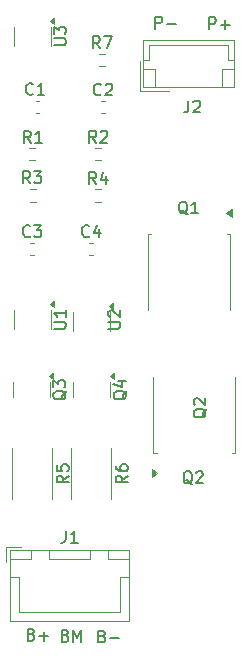
<source format=gbr>
%TF.GenerationSoftware,KiCad,Pcbnew,9.0.4*%
%TF.CreationDate,2025-10-23T14:08:19-04:00*%
%TF.ProjectId,BMS,424d532e-6b69-4636-9164-5f7063625858,rev?*%
%TF.SameCoordinates,Original*%
%TF.FileFunction,Legend,Top*%
%TF.FilePolarity,Positive*%
%FSLAX46Y46*%
G04 Gerber Fmt 4.6, Leading zero omitted, Abs format (unit mm)*
G04 Created by KiCad (PCBNEW 9.0.4) date 2025-10-23 14:08:19*
%MOMM*%
%LPD*%
G01*
G04 APERTURE LIST*
%ADD10C,0.150000*%
%ADD11C,0.120000*%
G04 APERTURE END LIST*
D10*
X144942112Y-117811609D02*
X145084969Y-117859228D01*
X145084969Y-117859228D02*
X145132588Y-117906847D01*
X145132588Y-117906847D02*
X145180207Y-118002085D01*
X145180207Y-118002085D02*
X145180207Y-118144942D01*
X145180207Y-118144942D02*
X145132588Y-118240180D01*
X145132588Y-118240180D02*
X145084969Y-118287800D01*
X145084969Y-118287800D02*
X144989731Y-118335419D01*
X144989731Y-118335419D02*
X144608779Y-118335419D01*
X144608779Y-118335419D02*
X144608779Y-117335419D01*
X144608779Y-117335419D02*
X144942112Y-117335419D01*
X144942112Y-117335419D02*
X145037350Y-117383038D01*
X145037350Y-117383038D02*
X145084969Y-117430657D01*
X145084969Y-117430657D02*
X145132588Y-117525895D01*
X145132588Y-117525895D02*
X145132588Y-117621133D01*
X145132588Y-117621133D02*
X145084969Y-117716371D01*
X145084969Y-117716371D02*
X145037350Y-117763990D01*
X145037350Y-117763990D02*
X144942112Y-117811609D01*
X144942112Y-117811609D02*
X144608779Y-117811609D01*
X145608779Y-117954466D02*
X146370684Y-117954466D01*
X149436779Y-66369819D02*
X149436779Y-65369819D01*
X149436779Y-65369819D02*
X149817731Y-65369819D01*
X149817731Y-65369819D02*
X149912969Y-65417438D01*
X149912969Y-65417438D02*
X149960588Y-65465057D01*
X149960588Y-65465057D02*
X150008207Y-65560295D01*
X150008207Y-65560295D02*
X150008207Y-65703152D01*
X150008207Y-65703152D02*
X149960588Y-65798390D01*
X149960588Y-65798390D02*
X149912969Y-65846009D01*
X149912969Y-65846009D02*
X149817731Y-65893628D01*
X149817731Y-65893628D02*
X149436779Y-65893628D01*
X150436779Y-65988866D02*
X151198684Y-65988866D01*
X138872933Y-76045219D02*
X138539600Y-75569028D01*
X138301505Y-76045219D02*
X138301505Y-75045219D01*
X138301505Y-75045219D02*
X138682457Y-75045219D01*
X138682457Y-75045219D02*
X138777695Y-75092838D01*
X138777695Y-75092838D02*
X138825314Y-75140457D01*
X138825314Y-75140457D02*
X138872933Y-75235695D01*
X138872933Y-75235695D02*
X138872933Y-75378552D01*
X138872933Y-75378552D02*
X138825314Y-75473790D01*
X138825314Y-75473790D02*
X138777695Y-75521409D01*
X138777695Y-75521409D02*
X138682457Y-75569028D01*
X138682457Y-75569028D02*
X138301505Y-75569028D01*
X139825314Y-76045219D02*
X139253886Y-76045219D01*
X139539600Y-76045219D02*
X139539600Y-75045219D01*
X139539600Y-75045219D02*
X139444362Y-75188076D01*
X139444362Y-75188076D02*
X139349124Y-75283314D01*
X139349124Y-75283314D02*
X139253886Y-75330933D01*
X153986779Y-66419819D02*
X153986779Y-65419819D01*
X153986779Y-65419819D02*
X154367731Y-65419819D01*
X154367731Y-65419819D02*
X154462969Y-65467438D01*
X154462969Y-65467438D02*
X154510588Y-65515057D01*
X154510588Y-65515057D02*
X154558207Y-65610295D01*
X154558207Y-65610295D02*
X154558207Y-65753152D01*
X154558207Y-65753152D02*
X154510588Y-65848390D01*
X154510588Y-65848390D02*
X154462969Y-65896009D01*
X154462969Y-65896009D02*
X154367731Y-65943628D01*
X154367731Y-65943628D02*
X153986779Y-65943628D01*
X154986779Y-66038866D02*
X155748684Y-66038866D01*
X155367731Y-66419819D02*
X155367731Y-65657914D01*
X141820112Y-117746009D02*
X141962969Y-117793628D01*
X141962969Y-117793628D02*
X142010588Y-117841247D01*
X142010588Y-117841247D02*
X142058207Y-117936485D01*
X142058207Y-117936485D02*
X142058207Y-118079342D01*
X142058207Y-118079342D02*
X142010588Y-118174580D01*
X142010588Y-118174580D02*
X141962969Y-118222200D01*
X141962969Y-118222200D02*
X141867731Y-118269819D01*
X141867731Y-118269819D02*
X141486779Y-118269819D01*
X141486779Y-118269819D02*
X141486779Y-117269819D01*
X141486779Y-117269819D02*
X141820112Y-117269819D01*
X141820112Y-117269819D02*
X141915350Y-117317438D01*
X141915350Y-117317438D02*
X141962969Y-117365057D01*
X141962969Y-117365057D02*
X142010588Y-117460295D01*
X142010588Y-117460295D02*
X142010588Y-117555533D01*
X142010588Y-117555533D02*
X141962969Y-117650771D01*
X141962969Y-117650771D02*
X141915350Y-117698390D01*
X141915350Y-117698390D02*
X141820112Y-117746009D01*
X141820112Y-117746009D02*
X141486779Y-117746009D01*
X142486779Y-118269819D02*
X142486779Y-117269819D01*
X142486779Y-117269819D02*
X142820112Y-117984104D01*
X142820112Y-117984104D02*
X143153445Y-117269819D01*
X143153445Y-117269819D02*
X143153445Y-118269819D01*
X138947712Y-117659209D02*
X139090569Y-117706828D01*
X139090569Y-117706828D02*
X139138188Y-117754447D01*
X139138188Y-117754447D02*
X139185807Y-117849685D01*
X139185807Y-117849685D02*
X139185807Y-117992542D01*
X139185807Y-117992542D02*
X139138188Y-118087780D01*
X139138188Y-118087780D02*
X139090569Y-118135400D01*
X139090569Y-118135400D02*
X138995331Y-118183019D01*
X138995331Y-118183019D02*
X138614379Y-118183019D01*
X138614379Y-118183019D02*
X138614379Y-117183019D01*
X138614379Y-117183019D02*
X138947712Y-117183019D01*
X138947712Y-117183019D02*
X139042950Y-117230638D01*
X139042950Y-117230638D02*
X139090569Y-117278257D01*
X139090569Y-117278257D02*
X139138188Y-117373495D01*
X139138188Y-117373495D02*
X139138188Y-117468733D01*
X139138188Y-117468733D02*
X139090569Y-117563971D01*
X139090569Y-117563971D02*
X139042950Y-117611590D01*
X139042950Y-117611590D02*
X138947712Y-117659209D01*
X138947712Y-117659209D02*
X138614379Y-117659209D01*
X139614379Y-117802066D02*
X140376284Y-117802066D01*
X139995331Y-118183019D02*
X139995331Y-117421114D01*
X147000057Y-97032738D02*
X146952438Y-97127976D01*
X146952438Y-97127976D02*
X146857200Y-97223214D01*
X146857200Y-97223214D02*
X146714342Y-97366071D01*
X146714342Y-97366071D02*
X146666723Y-97461309D01*
X146666723Y-97461309D02*
X146666723Y-97556547D01*
X146904819Y-97508928D02*
X146857200Y-97604166D01*
X146857200Y-97604166D02*
X146761961Y-97699404D01*
X146761961Y-97699404D02*
X146571485Y-97747023D01*
X146571485Y-97747023D02*
X146238152Y-97747023D01*
X146238152Y-97747023D02*
X146047676Y-97699404D01*
X146047676Y-97699404D02*
X145952438Y-97604166D01*
X145952438Y-97604166D02*
X145904819Y-97508928D01*
X145904819Y-97508928D02*
X145904819Y-97318452D01*
X145904819Y-97318452D02*
X145952438Y-97223214D01*
X145952438Y-97223214D02*
X146047676Y-97127976D01*
X146047676Y-97127976D02*
X146238152Y-97080357D01*
X146238152Y-97080357D02*
X146571485Y-97080357D01*
X146571485Y-97080357D02*
X146761961Y-97127976D01*
X146761961Y-97127976D02*
X146857200Y-97223214D01*
X146857200Y-97223214D02*
X146904819Y-97318452D01*
X146904819Y-97318452D02*
X146904819Y-97508928D01*
X146238152Y-96223214D02*
X146904819Y-96223214D01*
X145857200Y-96461309D02*
X146571485Y-96699404D01*
X146571485Y-96699404D02*
X146571485Y-96080357D01*
X141900057Y-97032738D02*
X141852438Y-97127976D01*
X141852438Y-97127976D02*
X141757200Y-97223214D01*
X141757200Y-97223214D02*
X141614342Y-97366071D01*
X141614342Y-97366071D02*
X141566723Y-97461309D01*
X141566723Y-97461309D02*
X141566723Y-97556547D01*
X141804819Y-97508928D02*
X141757200Y-97604166D01*
X141757200Y-97604166D02*
X141661961Y-97699404D01*
X141661961Y-97699404D02*
X141471485Y-97747023D01*
X141471485Y-97747023D02*
X141138152Y-97747023D01*
X141138152Y-97747023D02*
X140947676Y-97699404D01*
X140947676Y-97699404D02*
X140852438Y-97604166D01*
X140852438Y-97604166D02*
X140804819Y-97508928D01*
X140804819Y-97508928D02*
X140804819Y-97318452D01*
X140804819Y-97318452D02*
X140852438Y-97223214D01*
X140852438Y-97223214D02*
X140947676Y-97127976D01*
X140947676Y-97127976D02*
X141138152Y-97080357D01*
X141138152Y-97080357D02*
X141471485Y-97080357D01*
X141471485Y-97080357D02*
X141661961Y-97127976D01*
X141661961Y-97127976D02*
X141757200Y-97223214D01*
X141757200Y-97223214D02*
X141804819Y-97318452D01*
X141804819Y-97318452D02*
X141804819Y-97508928D01*
X140804819Y-96747023D02*
X140804819Y-96127976D01*
X140804819Y-96127976D02*
X141185771Y-96461309D01*
X141185771Y-96461309D02*
X141185771Y-96318452D01*
X141185771Y-96318452D02*
X141233390Y-96223214D01*
X141233390Y-96223214D02*
X141281009Y-96175595D01*
X141281009Y-96175595D02*
X141376247Y-96127976D01*
X141376247Y-96127976D02*
X141614342Y-96127976D01*
X141614342Y-96127976D02*
X141709580Y-96175595D01*
X141709580Y-96175595D02*
X141757200Y-96223214D01*
X141757200Y-96223214D02*
X141804819Y-96318452D01*
X141804819Y-96318452D02*
X141804819Y-96604166D01*
X141804819Y-96604166D02*
X141757200Y-96699404D01*
X141757200Y-96699404D02*
X141709580Y-96747023D01*
X140854819Y-91761904D02*
X141664342Y-91761904D01*
X141664342Y-91761904D02*
X141759580Y-91714285D01*
X141759580Y-91714285D02*
X141807200Y-91666666D01*
X141807200Y-91666666D02*
X141854819Y-91571428D01*
X141854819Y-91571428D02*
X141854819Y-91380952D01*
X141854819Y-91380952D02*
X141807200Y-91285714D01*
X141807200Y-91285714D02*
X141759580Y-91238095D01*
X141759580Y-91238095D02*
X141664342Y-91190476D01*
X141664342Y-91190476D02*
X140854819Y-91190476D01*
X141854819Y-90190476D02*
X141854819Y-90761904D01*
X141854819Y-90476190D02*
X140854819Y-90476190D01*
X140854819Y-90476190D02*
X140997676Y-90571428D01*
X140997676Y-90571428D02*
X141092914Y-90666666D01*
X141092914Y-90666666D02*
X141140533Y-90761904D01*
X139076133Y-71885980D02*
X139028514Y-71933600D01*
X139028514Y-71933600D02*
X138885657Y-71981219D01*
X138885657Y-71981219D02*
X138790419Y-71981219D01*
X138790419Y-71981219D02*
X138647562Y-71933600D01*
X138647562Y-71933600D02*
X138552324Y-71838361D01*
X138552324Y-71838361D02*
X138504705Y-71743123D01*
X138504705Y-71743123D02*
X138457086Y-71552647D01*
X138457086Y-71552647D02*
X138457086Y-71409790D01*
X138457086Y-71409790D02*
X138504705Y-71219314D01*
X138504705Y-71219314D02*
X138552324Y-71124076D01*
X138552324Y-71124076D02*
X138647562Y-71028838D01*
X138647562Y-71028838D02*
X138790419Y-70981219D01*
X138790419Y-70981219D02*
X138885657Y-70981219D01*
X138885657Y-70981219D02*
X139028514Y-71028838D01*
X139028514Y-71028838D02*
X139076133Y-71076457D01*
X140028514Y-71981219D02*
X139457086Y-71981219D01*
X139742800Y-71981219D02*
X139742800Y-70981219D01*
X139742800Y-70981219D02*
X139647562Y-71124076D01*
X139647562Y-71124076D02*
X139552324Y-71219314D01*
X139552324Y-71219314D02*
X139457086Y-71266933D01*
X142084819Y-104216666D02*
X141608628Y-104549999D01*
X142084819Y-104788094D02*
X141084819Y-104788094D01*
X141084819Y-104788094D02*
X141084819Y-104407142D01*
X141084819Y-104407142D02*
X141132438Y-104311904D01*
X141132438Y-104311904D02*
X141180057Y-104264285D01*
X141180057Y-104264285D02*
X141275295Y-104216666D01*
X141275295Y-104216666D02*
X141418152Y-104216666D01*
X141418152Y-104216666D02*
X141513390Y-104264285D01*
X141513390Y-104264285D02*
X141561009Y-104311904D01*
X141561009Y-104311904D02*
X141608628Y-104407142D01*
X141608628Y-104407142D02*
X141608628Y-104788094D01*
X141084819Y-103311904D02*
X141084819Y-103788094D01*
X141084819Y-103788094D02*
X141561009Y-103835713D01*
X141561009Y-103835713D02*
X141513390Y-103788094D01*
X141513390Y-103788094D02*
X141465771Y-103692856D01*
X141465771Y-103692856D02*
X141465771Y-103454761D01*
X141465771Y-103454761D02*
X141513390Y-103359523D01*
X141513390Y-103359523D02*
X141561009Y-103311904D01*
X141561009Y-103311904D02*
X141656247Y-103264285D01*
X141656247Y-103264285D02*
X141894342Y-103264285D01*
X141894342Y-103264285D02*
X141989580Y-103311904D01*
X141989580Y-103311904D02*
X142037200Y-103359523D01*
X142037200Y-103359523D02*
X142084819Y-103454761D01*
X142084819Y-103454761D02*
X142084819Y-103692856D01*
X142084819Y-103692856D02*
X142037200Y-103788094D01*
X142037200Y-103788094D02*
X141989580Y-103835713D01*
X153770057Y-98555238D02*
X153722438Y-98650476D01*
X153722438Y-98650476D02*
X153627200Y-98745714D01*
X153627200Y-98745714D02*
X153484342Y-98888571D01*
X153484342Y-98888571D02*
X153436723Y-98983809D01*
X153436723Y-98983809D02*
X153436723Y-99079047D01*
X153674819Y-99031428D02*
X153627200Y-99126666D01*
X153627200Y-99126666D02*
X153531961Y-99221904D01*
X153531961Y-99221904D02*
X153341485Y-99269523D01*
X153341485Y-99269523D02*
X153008152Y-99269523D01*
X153008152Y-99269523D02*
X152817676Y-99221904D01*
X152817676Y-99221904D02*
X152722438Y-99126666D01*
X152722438Y-99126666D02*
X152674819Y-99031428D01*
X152674819Y-99031428D02*
X152674819Y-98840952D01*
X152674819Y-98840952D02*
X152722438Y-98745714D01*
X152722438Y-98745714D02*
X152817676Y-98650476D01*
X152817676Y-98650476D02*
X153008152Y-98602857D01*
X153008152Y-98602857D02*
X153341485Y-98602857D01*
X153341485Y-98602857D02*
X153531961Y-98650476D01*
X153531961Y-98650476D02*
X153627200Y-98745714D01*
X153627200Y-98745714D02*
X153674819Y-98840952D01*
X153674819Y-98840952D02*
X153674819Y-99031428D01*
X152770057Y-98221904D02*
X152722438Y-98174285D01*
X152722438Y-98174285D02*
X152674819Y-98079047D01*
X152674819Y-98079047D02*
X152674819Y-97840952D01*
X152674819Y-97840952D02*
X152722438Y-97745714D01*
X152722438Y-97745714D02*
X152770057Y-97698095D01*
X152770057Y-97698095D02*
X152865295Y-97650476D01*
X152865295Y-97650476D02*
X152960533Y-97650476D01*
X152960533Y-97650476D02*
X153103390Y-97698095D01*
X153103390Y-97698095D02*
X153674819Y-98269523D01*
X153674819Y-98269523D02*
X153674819Y-97650476D01*
X152554761Y-104950057D02*
X152459523Y-104902438D01*
X152459523Y-104902438D02*
X152364285Y-104807200D01*
X152364285Y-104807200D02*
X152221428Y-104664342D01*
X152221428Y-104664342D02*
X152126190Y-104616723D01*
X152126190Y-104616723D02*
X152030952Y-104616723D01*
X152078571Y-104854819D02*
X151983333Y-104807200D01*
X151983333Y-104807200D02*
X151888095Y-104711961D01*
X151888095Y-104711961D02*
X151840476Y-104521485D01*
X151840476Y-104521485D02*
X151840476Y-104188152D01*
X151840476Y-104188152D02*
X151888095Y-103997676D01*
X151888095Y-103997676D02*
X151983333Y-103902438D01*
X151983333Y-103902438D02*
X152078571Y-103854819D01*
X152078571Y-103854819D02*
X152269047Y-103854819D01*
X152269047Y-103854819D02*
X152364285Y-103902438D01*
X152364285Y-103902438D02*
X152459523Y-103997676D01*
X152459523Y-103997676D02*
X152507142Y-104188152D01*
X152507142Y-104188152D02*
X152507142Y-104521485D01*
X152507142Y-104521485D02*
X152459523Y-104711961D01*
X152459523Y-104711961D02*
X152364285Y-104807200D01*
X152364285Y-104807200D02*
X152269047Y-104854819D01*
X152269047Y-104854819D02*
X152078571Y-104854819D01*
X152888095Y-103950057D02*
X152935714Y-103902438D01*
X152935714Y-103902438D02*
X153030952Y-103854819D01*
X153030952Y-103854819D02*
X153269047Y-103854819D01*
X153269047Y-103854819D02*
X153364285Y-103902438D01*
X153364285Y-103902438D02*
X153411904Y-103950057D01*
X153411904Y-103950057D02*
X153459523Y-104045295D01*
X153459523Y-104045295D02*
X153459523Y-104140533D01*
X153459523Y-104140533D02*
X153411904Y-104283390D01*
X153411904Y-104283390D02*
X152840476Y-104854819D01*
X152840476Y-104854819D02*
X153459523Y-104854819D01*
X144745833Y-68024819D02*
X144412500Y-67548628D01*
X144174405Y-68024819D02*
X144174405Y-67024819D01*
X144174405Y-67024819D02*
X144555357Y-67024819D01*
X144555357Y-67024819D02*
X144650595Y-67072438D01*
X144650595Y-67072438D02*
X144698214Y-67120057D01*
X144698214Y-67120057D02*
X144745833Y-67215295D01*
X144745833Y-67215295D02*
X144745833Y-67358152D01*
X144745833Y-67358152D02*
X144698214Y-67453390D01*
X144698214Y-67453390D02*
X144650595Y-67501009D01*
X144650595Y-67501009D02*
X144555357Y-67548628D01*
X144555357Y-67548628D02*
X144174405Y-67548628D01*
X145079167Y-67024819D02*
X145745833Y-67024819D01*
X145745833Y-67024819D02*
X145317262Y-68024819D01*
X143833333Y-83929580D02*
X143785714Y-83977200D01*
X143785714Y-83977200D02*
X143642857Y-84024819D01*
X143642857Y-84024819D02*
X143547619Y-84024819D01*
X143547619Y-84024819D02*
X143404762Y-83977200D01*
X143404762Y-83977200D02*
X143309524Y-83881961D01*
X143309524Y-83881961D02*
X143261905Y-83786723D01*
X143261905Y-83786723D02*
X143214286Y-83596247D01*
X143214286Y-83596247D02*
X143214286Y-83453390D01*
X143214286Y-83453390D02*
X143261905Y-83262914D01*
X143261905Y-83262914D02*
X143309524Y-83167676D01*
X143309524Y-83167676D02*
X143404762Y-83072438D01*
X143404762Y-83072438D02*
X143547619Y-83024819D01*
X143547619Y-83024819D02*
X143642857Y-83024819D01*
X143642857Y-83024819D02*
X143785714Y-83072438D01*
X143785714Y-83072438D02*
X143833333Y-83120057D01*
X144690476Y-83358152D02*
X144690476Y-84024819D01*
X144452381Y-82977200D02*
X144214286Y-83691485D01*
X144214286Y-83691485D02*
X144833333Y-83691485D01*
X144833333Y-71929580D02*
X144785714Y-71977200D01*
X144785714Y-71977200D02*
X144642857Y-72024819D01*
X144642857Y-72024819D02*
X144547619Y-72024819D01*
X144547619Y-72024819D02*
X144404762Y-71977200D01*
X144404762Y-71977200D02*
X144309524Y-71881961D01*
X144309524Y-71881961D02*
X144261905Y-71786723D01*
X144261905Y-71786723D02*
X144214286Y-71596247D01*
X144214286Y-71596247D02*
X144214286Y-71453390D01*
X144214286Y-71453390D02*
X144261905Y-71262914D01*
X144261905Y-71262914D02*
X144309524Y-71167676D01*
X144309524Y-71167676D02*
X144404762Y-71072438D01*
X144404762Y-71072438D02*
X144547619Y-71024819D01*
X144547619Y-71024819D02*
X144642857Y-71024819D01*
X144642857Y-71024819D02*
X144785714Y-71072438D01*
X144785714Y-71072438D02*
X144833333Y-71120057D01*
X145214286Y-71120057D02*
X145261905Y-71072438D01*
X145261905Y-71072438D02*
X145357143Y-71024819D01*
X145357143Y-71024819D02*
X145595238Y-71024819D01*
X145595238Y-71024819D02*
X145690476Y-71072438D01*
X145690476Y-71072438D02*
X145738095Y-71120057D01*
X145738095Y-71120057D02*
X145785714Y-71215295D01*
X145785714Y-71215295D02*
X145785714Y-71310533D01*
X145785714Y-71310533D02*
X145738095Y-71453390D01*
X145738095Y-71453390D02*
X145166667Y-72024819D01*
X145166667Y-72024819D02*
X145785714Y-72024819D01*
X144420833Y-76024819D02*
X144087500Y-75548628D01*
X143849405Y-76024819D02*
X143849405Y-75024819D01*
X143849405Y-75024819D02*
X144230357Y-75024819D01*
X144230357Y-75024819D02*
X144325595Y-75072438D01*
X144325595Y-75072438D02*
X144373214Y-75120057D01*
X144373214Y-75120057D02*
X144420833Y-75215295D01*
X144420833Y-75215295D02*
X144420833Y-75358152D01*
X144420833Y-75358152D02*
X144373214Y-75453390D01*
X144373214Y-75453390D02*
X144325595Y-75501009D01*
X144325595Y-75501009D02*
X144230357Y-75548628D01*
X144230357Y-75548628D02*
X143849405Y-75548628D01*
X144801786Y-75120057D02*
X144849405Y-75072438D01*
X144849405Y-75072438D02*
X144944643Y-75024819D01*
X144944643Y-75024819D02*
X145182738Y-75024819D01*
X145182738Y-75024819D02*
X145277976Y-75072438D01*
X145277976Y-75072438D02*
X145325595Y-75120057D01*
X145325595Y-75120057D02*
X145373214Y-75215295D01*
X145373214Y-75215295D02*
X145373214Y-75310533D01*
X145373214Y-75310533D02*
X145325595Y-75453390D01*
X145325595Y-75453390D02*
X144754167Y-76024819D01*
X144754167Y-76024819D02*
X145373214Y-76024819D01*
X147084819Y-104216666D02*
X146608628Y-104549999D01*
X147084819Y-104788094D02*
X146084819Y-104788094D01*
X146084819Y-104788094D02*
X146084819Y-104407142D01*
X146084819Y-104407142D02*
X146132438Y-104311904D01*
X146132438Y-104311904D02*
X146180057Y-104264285D01*
X146180057Y-104264285D02*
X146275295Y-104216666D01*
X146275295Y-104216666D02*
X146418152Y-104216666D01*
X146418152Y-104216666D02*
X146513390Y-104264285D01*
X146513390Y-104264285D02*
X146561009Y-104311904D01*
X146561009Y-104311904D02*
X146608628Y-104407142D01*
X146608628Y-104407142D02*
X146608628Y-104788094D01*
X146084819Y-103359523D02*
X146084819Y-103549999D01*
X146084819Y-103549999D02*
X146132438Y-103645237D01*
X146132438Y-103645237D02*
X146180057Y-103692856D01*
X146180057Y-103692856D02*
X146322914Y-103788094D01*
X146322914Y-103788094D02*
X146513390Y-103835713D01*
X146513390Y-103835713D02*
X146894342Y-103835713D01*
X146894342Y-103835713D02*
X146989580Y-103788094D01*
X146989580Y-103788094D02*
X147037200Y-103740475D01*
X147037200Y-103740475D02*
X147084819Y-103645237D01*
X147084819Y-103645237D02*
X147084819Y-103454761D01*
X147084819Y-103454761D02*
X147037200Y-103359523D01*
X147037200Y-103359523D02*
X146989580Y-103311904D01*
X146989580Y-103311904D02*
X146894342Y-103264285D01*
X146894342Y-103264285D02*
X146656247Y-103264285D01*
X146656247Y-103264285D02*
X146561009Y-103311904D01*
X146561009Y-103311904D02*
X146513390Y-103359523D01*
X146513390Y-103359523D02*
X146465771Y-103454761D01*
X146465771Y-103454761D02*
X146465771Y-103645237D01*
X146465771Y-103645237D02*
X146513390Y-103740475D01*
X146513390Y-103740475D02*
X146561009Y-103788094D01*
X146561009Y-103788094D02*
X146656247Y-103835713D01*
X152219066Y-72454419D02*
X152219066Y-73168704D01*
X152219066Y-73168704D02*
X152171447Y-73311561D01*
X152171447Y-73311561D02*
X152076209Y-73406800D01*
X152076209Y-73406800D02*
X151933352Y-73454419D01*
X151933352Y-73454419D02*
X151838114Y-73454419D01*
X152647638Y-72549657D02*
X152695257Y-72502038D01*
X152695257Y-72502038D02*
X152790495Y-72454419D01*
X152790495Y-72454419D02*
X153028590Y-72454419D01*
X153028590Y-72454419D02*
X153123828Y-72502038D01*
X153123828Y-72502038D02*
X153171447Y-72549657D01*
X153171447Y-72549657D02*
X153219066Y-72644895D01*
X153219066Y-72644895D02*
X153219066Y-72740133D01*
X153219066Y-72740133D02*
X153171447Y-72882990D01*
X153171447Y-72882990D02*
X152600019Y-73454419D01*
X152600019Y-73454419D02*
X153219066Y-73454419D01*
X138833333Y-83929580D02*
X138785714Y-83977200D01*
X138785714Y-83977200D02*
X138642857Y-84024819D01*
X138642857Y-84024819D02*
X138547619Y-84024819D01*
X138547619Y-84024819D02*
X138404762Y-83977200D01*
X138404762Y-83977200D02*
X138309524Y-83881961D01*
X138309524Y-83881961D02*
X138261905Y-83786723D01*
X138261905Y-83786723D02*
X138214286Y-83596247D01*
X138214286Y-83596247D02*
X138214286Y-83453390D01*
X138214286Y-83453390D02*
X138261905Y-83262914D01*
X138261905Y-83262914D02*
X138309524Y-83167676D01*
X138309524Y-83167676D02*
X138404762Y-83072438D01*
X138404762Y-83072438D02*
X138547619Y-83024819D01*
X138547619Y-83024819D02*
X138642857Y-83024819D01*
X138642857Y-83024819D02*
X138785714Y-83072438D01*
X138785714Y-83072438D02*
X138833333Y-83120057D01*
X139166667Y-83024819D02*
X139785714Y-83024819D01*
X139785714Y-83024819D02*
X139452381Y-83405771D01*
X139452381Y-83405771D02*
X139595238Y-83405771D01*
X139595238Y-83405771D02*
X139690476Y-83453390D01*
X139690476Y-83453390D02*
X139738095Y-83501009D01*
X139738095Y-83501009D02*
X139785714Y-83596247D01*
X139785714Y-83596247D02*
X139785714Y-83834342D01*
X139785714Y-83834342D02*
X139738095Y-83929580D01*
X139738095Y-83929580D02*
X139690476Y-83977200D01*
X139690476Y-83977200D02*
X139595238Y-84024819D01*
X139595238Y-84024819D02*
X139309524Y-84024819D01*
X139309524Y-84024819D02*
X139214286Y-83977200D01*
X139214286Y-83977200D02*
X139166667Y-83929580D01*
X140854819Y-67761904D02*
X141664342Y-67761904D01*
X141664342Y-67761904D02*
X141759580Y-67714285D01*
X141759580Y-67714285D02*
X141807200Y-67666666D01*
X141807200Y-67666666D02*
X141854819Y-67571428D01*
X141854819Y-67571428D02*
X141854819Y-67380952D01*
X141854819Y-67380952D02*
X141807200Y-67285714D01*
X141807200Y-67285714D02*
X141759580Y-67238095D01*
X141759580Y-67238095D02*
X141664342Y-67190476D01*
X141664342Y-67190476D02*
X140854819Y-67190476D01*
X140854819Y-66809523D02*
X140854819Y-66190476D01*
X140854819Y-66190476D02*
X141235771Y-66523809D01*
X141235771Y-66523809D02*
X141235771Y-66380952D01*
X141235771Y-66380952D02*
X141283390Y-66285714D01*
X141283390Y-66285714D02*
X141331009Y-66238095D01*
X141331009Y-66238095D02*
X141426247Y-66190476D01*
X141426247Y-66190476D02*
X141664342Y-66190476D01*
X141664342Y-66190476D02*
X141759580Y-66238095D01*
X141759580Y-66238095D02*
X141807200Y-66285714D01*
X141807200Y-66285714D02*
X141854819Y-66380952D01*
X141854819Y-66380952D02*
X141854819Y-66666666D01*
X141854819Y-66666666D02*
X141807200Y-66761904D01*
X141807200Y-66761904D02*
X141759580Y-66809523D01*
X141841666Y-108904819D02*
X141841666Y-109619104D01*
X141841666Y-109619104D02*
X141794047Y-109761961D01*
X141794047Y-109761961D02*
X141698809Y-109857200D01*
X141698809Y-109857200D02*
X141555952Y-109904819D01*
X141555952Y-109904819D02*
X141460714Y-109904819D01*
X142841666Y-109904819D02*
X142270238Y-109904819D01*
X142555952Y-109904819D02*
X142555952Y-108904819D01*
X142555952Y-108904819D02*
X142460714Y-109047676D01*
X142460714Y-109047676D02*
X142365476Y-109142914D01*
X142365476Y-109142914D02*
X142270238Y-109190533D01*
X138833333Y-79454819D02*
X138500000Y-78978628D01*
X138261905Y-79454819D02*
X138261905Y-78454819D01*
X138261905Y-78454819D02*
X138642857Y-78454819D01*
X138642857Y-78454819D02*
X138738095Y-78502438D01*
X138738095Y-78502438D02*
X138785714Y-78550057D01*
X138785714Y-78550057D02*
X138833333Y-78645295D01*
X138833333Y-78645295D02*
X138833333Y-78788152D01*
X138833333Y-78788152D02*
X138785714Y-78883390D01*
X138785714Y-78883390D02*
X138738095Y-78931009D01*
X138738095Y-78931009D02*
X138642857Y-78978628D01*
X138642857Y-78978628D02*
X138261905Y-78978628D01*
X139166667Y-78454819D02*
X139785714Y-78454819D01*
X139785714Y-78454819D02*
X139452381Y-78835771D01*
X139452381Y-78835771D02*
X139595238Y-78835771D01*
X139595238Y-78835771D02*
X139690476Y-78883390D01*
X139690476Y-78883390D02*
X139738095Y-78931009D01*
X139738095Y-78931009D02*
X139785714Y-79026247D01*
X139785714Y-79026247D02*
X139785714Y-79264342D01*
X139785714Y-79264342D02*
X139738095Y-79359580D01*
X139738095Y-79359580D02*
X139690476Y-79407200D01*
X139690476Y-79407200D02*
X139595238Y-79454819D01*
X139595238Y-79454819D02*
X139309524Y-79454819D01*
X139309524Y-79454819D02*
X139214286Y-79407200D01*
X139214286Y-79407200D02*
X139166667Y-79359580D01*
X152154761Y-82100057D02*
X152059523Y-82052438D01*
X152059523Y-82052438D02*
X151964285Y-81957200D01*
X151964285Y-81957200D02*
X151821428Y-81814342D01*
X151821428Y-81814342D02*
X151726190Y-81766723D01*
X151726190Y-81766723D02*
X151630952Y-81766723D01*
X151678571Y-82004819D02*
X151583333Y-81957200D01*
X151583333Y-81957200D02*
X151488095Y-81861961D01*
X151488095Y-81861961D02*
X151440476Y-81671485D01*
X151440476Y-81671485D02*
X151440476Y-81338152D01*
X151440476Y-81338152D02*
X151488095Y-81147676D01*
X151488095Y-81147676D02*
X151583333Y-81052438D01*
X151583333Y-81052438D02*
X151678571Y-81004819D01*
X151678571Y-81004819D02*
X151869047Y-81004819D01*
X151869047Y-81004819D02*
X151964285Y-81052438D01*
X151964285Y-81052438D02*
X152059523Y-81147676D01*
X152059523Y-81147676D02*
X152107142Y-81338152D01*
X152107142Y-81338152D02*
X152107142Y-81671485D01*
X152107142Y-81671485D02*
X152059523Y-81861961D01*
X152059523Y-81861961D02*
X151964285Y-81957200D01*
X151964285Y-81957200D02*
X151869047Y-82004819D01*
X151869047Y-82004819D02*
X151678571Y-82004819D01*
X153059523Y-82004819D02*
X152488095Y-82004819D01*
X152773809Y-82004819D02*
X152773809Y-81004819D01*
X152773809Y-81004819D02*
X152678571Y-81147676D01*
X152678571Y-81147676D02*
X152583333Y-81242914D01*
X152583333Y-81242914D02*
X152488095Y-81290533D01*
X144420833Y-79524819D02*
X144087500Y-79048628D01*
X143849405Y-79524819D02*
X143849405Y-78524819D01*
X143849405Y-78524819D02*
X144230357Y-78524819D01*
X144230357Y-78524819D02*
X144325595Y-78572438D01*
X144325595Y-78572438D02*
X144373214Y-78620057D01*
X144373214Y-78620057D02*
X144420833Y-78715295D01*
X144420833Y-78715295D02*
X144420833Y-78858152D01*
X144420833Y-78858152D02*
X144373214Y-78953390D01*
X144373214Y-78953390D02*
X144325595Y-79001009D01*
X144325595Y-79001009D02*
X144230357Y-79048628D01*
X144230357Y-79048628D02*
X143849405Y-79048628D01*
X145277976Y-78858152D02*
X145277976Y-79524819D01*
X145039881Y-78477200D02*
X144801786Y-79191485D01*
X144801786Y-79191485D02*
X145420833Y-79191485D01*
X145454819Y-91761904D02*
X146264342Y-91761904D01*
X146264342Y-91761904D02*
X146359580Y-91714285D01*
X146359580Y-91714285D02*
X146407200Y-91666666D01*
X146407200Y-91666666D02*
X146454819Y-91571428D01*
X146454819Y-91571428D02*
X146454819Y-91380952D01*
X146454819Y-91380952D02*
X146407200Y-91285714D01*
X146407200Y-91285714D02*
X146359580Y-91238095D01*
X146359580Y-91238095D02*
X146264342Y-91190476D01*
X146264342Y-91190476D02*
X145454819Y-91190476D01*
X145550057Y-90761904D02*
X145502438Y-90714285D01*
X145502438Y-90714285D02*
X145454819Y-90619047D01*
X145454819Y-90619047D02*
X145454819Y-90380952D01*
X145454819Y-90380952D02*
X145502438Y-90285714D01*
X145502438Y-90285714D02*
X145550057Y-90238095D01*
X145550057Y-90238095D02*
X145645295Y-90190476D01*
X145645295Y-90190476D02*
X145740533Y-90190476D01*
X145740533Y-90190476D02*
X145883390Y-90238095D01*
X145883390Y-90238095D02*
X146454819Y-90809523D01*
X146454819Y-90809523D02*
X146454819Y-90190476D01*
D11*
%TO.C,Q4*%
X142490000Y-96937500D02*
X142490000Y-96287500D01*
X142490000Y-96937500D02*
X142490000Y-97587500D01*
X145610000Y-96937500D02*
X145610000Y-96287500D01*
X145610000Y-96937500D02*
X145610000Y-97587500D01*
X145890000Y-96015000D02*
X145560000Y-95775000D01*
X145890000Y-95535000D01*
X145890000Y-96015000D01*
G36*
X145890000Y-96015000D02*
G01*
X145560000Y-95775000D01*
X145890000Y-95535000D01*
X145890000Y-96015000D01*
G37*
%TO.C,Q3*%
X137390000Y-96937500D02*
X137390000Y-96287500D01*
X137390000Y-96937500D02*
X137390000Y-97587500D01*
X140510000Y-96937500D02*
X140510000Y-96287500D01*
X140510000Y-96937500D02*
X140510000Y-97587500D01*
X140790000Y-96015000D02*
X140460000Y-95775000D01*
X140790000Y-95535000D01*
X140790000Y-96015000D01*
G36*
X140790000Y-96015000D02*
G01*
X140460000Y-95775000D01*
X140790000Y-95535000D01*
X140790000Y-96015000D01*
G37*
%TO.C,U1*%
X137440000Y-91000000D02*
X137440000Y-90200000D01*
X137440000Y-91000000D02*
X137440000Y-91800000D01*
X140560000Y-91000000D02*
X140560000Y-90200000D01*
X140560000Y-91000000D02*
X140560000Y-91800000D01*
X140840000Y-89940000D02*
X140510000Y-89700000D01*
X140840000Y-89460000D01*
X140840000Y-89940000D01*
G36*
X140840000Y-89940000D02*
G01*
X140510000Y-89700000D01*
X140840000Y-89460000D01*
X140840000Y-89940000D01*
G37*
%TO.C,C1*%
X139291233Y-72490000D02*
X139583767Y-72490000D01*
X139291233Y-73510000D02*
X139583767Y-73510000D01*
%TO.C,R5*%
X137290000Y-101872936D02*
X137290000Y-106227064D01*
X140710000Y-101872936D02*
X140710000Y-106227064D01*
%TO.C,Q2*%
X149270000Y-95850000D02*
X149270000Y-102270000D01*
X149270000Y-102270000D02*
X149540000Y-102270000D01*
X156170000Y-95850000D02*
X156170000Y-102270000D01*
X156170000Y-102270000D02*
X155900000Y-102270000D01*
X149580000Y-104000000D02*
X149110000Y-104340000D01*
X149110000Y-103660000D01*
X149580000Y-104000000D01*
G36*
X149580000Y-104000000D02*
G01*
X149110000Y-104340000D01*
X149110000Y-103660000D01*
X149580000Y-104000000D01*
G37*
%TO.C,R7*%
X144657776Y-68477500D02*
X145167224Y-68477500D01*
X144657776Y-69522500D02*
X145167224Y-69522500D01*
%TO.C,C4*%
X143853733Y-84490000D02*
X144146267Y-84490000D01*
X143853733Y-85510000D02*
X144146267Y-85510000D01*
%TO.C,C2*%
X144853733Y-72490000D02*
X145146267Y-72490000D01*
X144853733Y-73510000D02*
X145146267Y-73510000D01*
%TO.C,R2*%
X144332776Y-76477500D02*
X144842224Y-76477500D01*
X144332776Y-77522500D02*
X144842224Y-77522500D01*
%TO.C,R1*%
X138745276Y-76477500D02*
X139254724Y-76477500D01*
X138745276Y-77522500D02*
X139254724Y-77522500D01*
%TO.C,R6*%
X142290000Y-101872936D02*
X142290000Y-106227064D01*
X145710000Y-101872936D02*
X145710000Y-106227064D01*
%TO.C,J2*%
X148090000Y-69110000D02*
X148090000Y-71610000D01*
X148090000Y-71610000D02*
X150590000Y-71610000D01*
X148390000Y-67290000D02*
X148390000Y-71310000D01*
X148390000Y-69000000D02*
X148890000Y-69000000D01*
X148390000Y-69810000D02*
X149390000Y-69810000D01*
X148390000Y-71310000D02*
X156110000Y-71310000D01*
X148890000Y-67790000D02*
X155610000Y-67790000D01*
X148890000Y-69000000D02*
X148890000Y-67790000D01*
X149390000Y-69810000D02*
X149390000Y-71310000D01*
X155110000Y-69810000D02*
X155110000Y-71310000D01*
X155610000Y-67790000D02*
X155610000Y-69000000D01*
X155610000Y-69000000D02*
X156110000Y-69000000D01*
X156110000Y-67290000D02*
X148390000Y-67290000D01*
X156110000Y-69810000D02*
X155110000Y-69810000D01*
X156110000Y-71310000D02*
X156110000Y-67290000D01*
%TO.C,C3*%
X138853733Y-84490000D02*
X139146267Y-84490000D01*
X138853733Y-85510000D02*
X139146267Y-85510000D01*
%TO.C,U3*%
X137440000Y-67000000D02*
X137440000Y-66200000D01*
X137440000Y-67000000D02*
X137440000Y-67800000D01*
X140560000Y-67000000D02*
X140560000Y-66200000D01*
X140560000Y-67000000D02*
X140560000Y-67800000D01*
X140840000Y-65940000D02*
X140510000Y-65700000D01*
X140840000Y-65460000D01*
X140840000Y-65940000D01*
G36*
X140840000Y-65940000D02*
G01*
X140510000Y-65700000D01*
X140840000Y-65460000D01*
X140840000Y-65940000D01*
G37*
%TO.C,J1*%
X136825000Y-110250000D02*
X136825000Y-111500000D01*
X137115000Y-110540000D02*
X137115000Y-116510000D01*
X137115000Y-116510000D02*
X147235000Y-116510000D01*
X137125000Y-110550000D02*
X137125000Y-111300000D01*
X137125000Y-111300000D02*
X138925000Y-111300000D01*
X137125000Y-112800000D02*
X137875000Y-112800000D01*
X137875000Y-112800000D02*
X137875000Y-115750000D01*
X137875000Y-115750000D02*
X142175000Y-115750000D01*
X138075000Y-110250000D02*
X136825000Y-110250000D01*
X138925000Y-110550000D02*
X137125000Y-110550000D01*
X138925000Y-111300000D02*
X138925000Y-110550000D01*
X140425000Y-110550000D02*
X140425000Y-111300000D01*
X140425000Y-111300000D02*
X143925000Y-111300000D01*
X143925000Y-110550000D02*
X140425000Y-110550000D01*
X143925000Y-111300000D02*
X143925000Y-110550000D01*
X145425000Y-110550000D02*
X145425000Y-111300000D01*
X145425000Y-111300000D02*
X147225000Y-111300000D01*
X146475000Y-112800000D02*
X146475000Y-115750000D01*
X146475000Y-115750000D02*
X142175000Y-115750000D01*
X147225000Y-110550000D02*
X145425000Y-110550000D01*
X147225000Y-111300000D02*
X147225000Y-110550000D01*
X147225000Y-112800000D02*
X146475000Y-112800000D01*
X147235000Y-110540000D02*
X137115000Y-110540000D01*
X147235000Y-116510000D02*
X147235000Y-110540000D01*
%TO.C,R3*%
X138832776Y-79977500D02*
X139342224Y-79977500D01*
X138832776Y-81022500D02*
X139342224Y-81022500D01*
%TO.C,Q1*%
X148830000Y-83730000D02*
X149100000Y-83730000D01*
X148830000Y-90150000D02*
X148830000Y-83730000D01*
X155730000Y-83730000D02*
X155460000Y-83730000D01*
X155730000Y-90150000D02*
X155730000Y-83730000D01*
X155890000Y-82340000D02*
X155420000Y-82000000D01*
X155890000Y-81660000D01*
X155890000Y-82340000D01*
G36*
X155890000Y-82340000D02*
G01*
X155420000Y-82000000D01*
X155890000Y-81660000D01*
X155890000Y-82340000D01*
G37*
%TO.C,R4*%
X144332776Y-79977500D02*
X144842224Y-79977500D01*
X144332776Y-81022500D02*
X144842224Y-81022500D01*
%TO.C,U2*%
X142440000Y-91137500D02*
X142440000Y-90337500D01*
X142440000Y-91137500D02*
X142440000Y-91937500D01*
X145560000Y-91137500D02*
X145560000Y-90337500D01*
X145560000Y-91137500D02*
X145560000Y-91937500D01*
X145840000Y-90077500D02*
X145510000Y-89837500D01*
X145840000Y-89597500D01*
X145840000Y-90077500D01*
G36*
X145840000Y-90077500D02*
G01*
X145510000Y-89837500D01*
X145840000Y-89597500D01*
X145840000Y-90077500D01*
G37*
%TD*%
M02*

</source>
